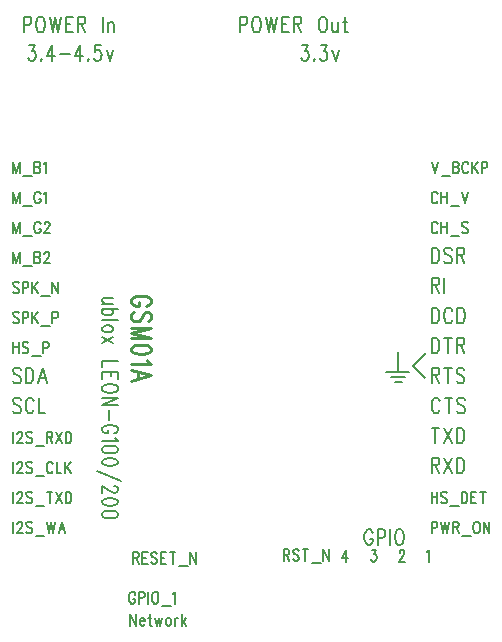
<source format=gbr>
*
*
G04 PADS 9.2 Build Number: 414666 generated Gerber (RS-274-X) file*
G04 PC Version=2.1*
*
%IN "GSM UBLOX LEON.pcb"*%
*
%MOIN*%
*
%FSLAX35Y35*%
*
*
*
*
G04 PC Standard Apertures*
*
*
G04 Thermal Relief Aperture macro.*
%AMTER*
1,1,$1,0,0*
1,0,$1-$2,0,0*
21,0,$3,$4,0,0,45*
21,0,$3,$4,0,0,135*
%
*
*
G04 Annular Aperture macro.*
%AMANN*
1,1,$1,0,0*
1,0,$2,0,0*
%
*
*
G04 Odd Aperture macro.*
%AMODD*
1,1,$1,0,0*
1,0,$1-0.005,0,0*
%
*
*
G04 PC Custom Aperture Macros*
*
*
*
*
*
*
G04 PC Aperture Table*
*
%ADD024C,0.001*%
%ADD025C,0.01*%
%ADD036C,0.008*%
%ADD078C,0.006*%
*
*
*
*
G04 PC Circuitry*
G04 Layer Name GSM UBLOX LEON.pcb - circuitry*
%LPD*%
*
*
G04 PC Custom Flashes*
G04 Layer Name GSM UBLOX LEON.pcb - flashes*
%LPD*%
*
*
G04 PC Circuitry*
G04 Layer Name GSM UBLOX LEON.pcb - circuitry*
%LPD*%
*
G54D24*
G54D25*
G01X194400Y233891D02*
X195025Y234118D01*
X195650Y234573*
X195963Y235027*
X195963D02*
Y235936D01*
X195963D02*
X195650Y236391D01*
X195025Y236845*
X194400Y237073*
X193463Y237300*
X193463D02*
X191900D01*
X190963Y237073*
X190963D02*
X190338Y236845D01*
X190338D02*
X189713Y236391D01*
X189713D02*
X189400Y235936D01*
Y235027*
X189713Y234573*
X189713D02*
X190338Y234118D01*
X190338D02*
X190963Y233891D01*
X190963D02*
X191900D01*
Y235027D02*
Y233891D01*
X195025Y228664D02*
X195650Y229118D01*
X195963Y229800*
X195963D02*
Y230709D01*
X195963D02*
X195650Y231391D01*
X195025Y231845*
X194400*
X193775Y231618*
X193463Y231391*
X193463D02*
X193150Y230936D01*
X192525Y229573*
X192213Y229118*
X192213D02*
X191900Y228891D01*
X191275Y228664*
X190338*
X190338D02*
X189713Y229118D01*
X189713D02*
X189400Y229800D01*
Y230709*
X189713Y231391*
X189713D02*
X190338Y231845D01*
X195963Y226618D02*
X189400D01*
X195963D02*
X189400Y224800D01*
X195963Y222982D02*
X189400Y224800D01*
X195963Y222982D02*
X189400D01*
X195963Y219573D02*
X195650Y220255D01*
X194713Y220709*
X194713D02*
X193150Y220936D01*
X192213*
X192213D02*
X190650Y220709D01*
X189713Y220255*
X189713D02*
X189400Y219573D01*
Y219118*
X189713Y218436*
X189713D02*
X190650Y217982D01*
X192213Y217755*
X192213D02*
X193150D01*
X194713Y217982*
X194713D02*
X195650Y218436D01*
X195963Y219118*
X195963D02*
Y219573D01*
X194713Y215709D02*
X195025Y215255D01*
X195963Y214573*
X195963D02*
X189400D01*
X195963Y210709D02*
X189400Y212527D01*
X195963Y210709D02*
X189400Y208891D01*
X191588Y211845D02*
Y209573D01*
G54D36*
X269827Y158100D02*
X269645Y158600D01*
X269282Y159100*
X268918Y159350*
X268191*
X267827Y159100*
X267464Y158600*
X267282Y158100*
X267100Y157350*
Y156100*
X267282Y155350*
X267464Y154850*
X267827Y154350*
X268191Y154100*
X268918*
X269282Y154350*
X269645Y154850*
X269827Y155350*
Y156100*
X268918D02*
X269827D01*
X271464Y159350D02*
Y154100D01*
Y159350D02*
X273100D01*
X273645Y159100*
X273827Y158850*
X274009Y158350*
Y157600*
X273827Y157100*
X273645Y156850*
X273100Y156600*
X271464*
X275645Y159350D02*
Y154100D01*
X278373Y159350D02*
X278009Y159100D01*
X277645Y158600*
X277464Y158100*
X277282Y157350*
Y156100*
X277464Y155350*
X277645Y154850*
X278009Y154350*
X278373Y154100*
X279100*
X279464Y154350*
X279827Y154850*
X280009Y155350*
X280191Y156100*
Y157350*
X280009Y158100*
X279827Y158600*
X279464Y159100*
X279100Y159350*
X278373*
X152545Y202500D02*
X152182Y203000D01*
X151636Y203250*
X150909*
X150364Y203000*
X150000Y202500*
Y202000*
X150182Y201500*
X150364Y201250*
X150727Y201000*
X151818Y200500*
X152182Y200250*
X152364Y200000*
X152545Y199500*
Y198750*
X152182Y198250*
X151636Y198000*
X150909*
X150364Y198250*
X150000Y198750*
X156909Y202000D02*
X156727Y202500D01*
X156364Y203000*
X156000Y203250*
X155273*
X154909Y203000*
X154545Y202500*
X154364Y202000*
X154182Y201250*
Y200000*
X154364Y199250*
X154545Y198750*
X154909Y198250*
X155273Y198000*
X156000*
X156364Y198250*
X156727Y198750*
X156909Y199250*
X158545Y203250D02*
Y198000D01*
X160727*
X152545Y212500D02*
X152182Y213000D01*
X151636Y213250*
X150909*
X150364Y213000*
X150000Y212500*
Y212000*
X150182Y211500*
X150364Y211250*
X150727Y211000*
X151818Y210500*
X152182Y210250*
X152364Y210000*
X152545Y209500*
Y208750*
X152182Y208250*
X151636Y208000*
X150909*
X150364Y208250*
X150000Y208750*
X154182Y213250D02*
Y208000D01*
Y213250D02*
X155455D01*
X156000Y213000*
X156364Y212500*
X156545Y212000*
X156727Y211250*
Y210000*
X156545Y209250*
X156364Y208750*
X156000Y208250*
X155455Y208000*
X154182*
X159818Y213250D02*
X158364Y208000D01*
X159818Y213250D02*
X161273Y208000D01*
X158909Y209750D02*
X160727D01*
X289500Y183250D02*
Y178000D01*
Y183250D02*
X291136D01*
X291682Y183000*
X291864Y182750*
X292045Y182250*
Y181750*
X291864Y181250*
X291682Y181000*
X291136Y180750*
X289500*
X290773D02*
X292045Y178000D01*
X293682Y183250D02*
X296227Y178000D01*
Y183250D02*
X293682Y178000D01*
X297864Y183250D02*
Y178000D01*
Y183250D02*
X299136D01*
X299682Y183000*
X300045Y182500*
X300227Y182000*
X300409Y181250*
Y180000*
X300227Y179250*
X300045Y178750*
X299682Y178250*
X299136Y178000*
X297864*
X290773Y193250D02*
Y188000D01*
X289500Y193250D02*
X292045D01*
X293682D02*
X296227Y188000D01*
Y193250D02*
X293682Y188000D01*
X297864Y193250D02*
Y188000D01*
Y193250D02*
X299136D01*
X299682Y193000*
X300045Y192500*
X300227Y192000*
X300409Y191250*
Y190000*
X300227Y189250*
X300045Y188750*
X299682Y188250*
X299136Y188000*
X297864*
X292227Y202000D02*
X292045Y202500D01*
X291682Y203000*
X291318Y203250*
X290591*
X290227Y203000*
X289864Y202500*
X289682Y202000*
X289500Y201250*
Y200000*
X289682Y199250*
X289864Y198750*
X290227Y198250*
X290591Y198000*
X291318*
X291682Y198250*
X292045Y198750*
X292227Y199250*
X295136Y203250D02*
Y198000D01*
X293864Y203250D02*
X296409D01*
X300591Y202500D02*
X300227Y203000D01*
X299682Y203250*
X298955*
X298409Y203000*
X298045Y202500*
Y202000*
X298227Y201500*
X298409Y201250*
X298773Y201000*
X299864Y200500*
X300227Y200250*
X300409Y200000*
X300591Y199500*
Y198750*
X300227Y198250*
X299682Y198000*
X298955*
X298409Y198250*
X298045Y198750*
X289500Y213250D02*
Y208000D01*
Y213250D02*
X291136D01*
X291682Y213000*
X291864Y212750*
X292045Y212250*
Y211750*
X291864Y211250*
X291682Y211000*
X291136Y210750*
X289500*
X290773D02*
X292045Y208000D01*
X294955Y213250D02*
Y208000D01*
X293682Y213250D02*
X296227D01*
X300409Y212500D02*
X300045Y213000D01*
X299500Y213250*
X298773*
X298227Y213000*
X297864Y212500*
Y212000*
X298045Y211500*
X298227Y211250*
X298591Y211000*
X299682Y210500*
X300045Y210250*
X300227Y210000*
X300409Y209500*
Y208750*
X300045Y208250*
X299500Y208000*
X298773*
X298227Y208250*
X297864Y208750*
X289500Y223250D02*
Y218000D01*
Y223250D02*
X290773D01*
X291318Y223000*
X291682Y222500*
X291864Y222000*
X292045Y221250*
Y220000*
X291864Y219250*
X291682Y218750*
X291318Y218250*
X290773Y218000*
X289500*
X294955Y223250D02*
Y218000D01*
X293682Y223250D02*
X296227D01*
X297864D02*
Y218000D01*
Y223250D02*
X299500D01*
X300045Y223000*
X300227Y222750*
X300409Y222250*
Y221750*
X300227Y221250*
X300045Y221000*
X299500Y220750*
X297864*
X299136D02*
X300409Y218000D01*
X289500Y233250D02*
Y228000D01*
Y233250D02*
X290773D01*
X291318Y233000*
X291682Y232500*
X291864Y232000*
X292045Y231250*
Y230000*
X291864Y229250*
X291682Y228750*
X291318Y228250*
X290773Y228000*
X289500*
X296409Y232000D02*
X296227Y232500D01*
X295864Y233000*
X295500Y233250*
X294773*
X294409Y233000*
X294045Y232500*
X293864Y232000*
X293682Y231250*
Y230000*
X293864Y229250*
X294045Y228750*
X294409Y228250*
X294773Y228000*
X295500*
X295864Y228250*
X296227Y228750*
X296409Y229250*
X298045Y233250D02*
Y228000D01*
Y233250D02*
X299318D01*
X299864Y233000*
X300227Y232500*
X300409Y232000*
X300591Y231250*
Y230000*
X300409Y229250*
X300227Y228750*
X299864Y228250*
X299318Y228000*
X298045*
X289500Y243250D02*
Y238000D01*
Y243250D02*
X291136D01*
X291682Y243000*
X291864Y242750*
X292045Y242250*
Y241750*
X291864Y241250*
X291682Y241000*
X291136Y240750*
X289500*
X290773D02*
X292045Y238000D01*
X293682Y243250D02*
Y238000D01*
X289500Y253250D02*
Y248000D01*
Y253250D02*
X290773D01*
X291318Y253000*
X291682Y252500*
X291864Y252000*
X292045Y251250*
Y250000*
X291864Y249250*
X291682Y248750*
X291318Y248250*
X290773Y248000*
X289500*
X296227Y252500D02*
X295864Y253000D01*
X295318Y253250*
X294591*
X294045Y253000*
X293682Y252500*
Y252000*
X293864Y251500*
X294045Y251250*
X294409Y251000*
X295500Y250500*
X295864Y250250*
X296045Y250000*
X296227Y249500*
Y248750*
X295864Y248250*
X295318Y248000*
X294591*
X294045Y248250*
X293682Y248750*
X297864Y253250D02*
Y248000D01*
Y253250D02*
X299500D01*
X300045Y253000*
X300227Y252750*
X300409Y252250*
Y251750*
X300227Y251250*
X300045Y251000*
X299500Y250750*
X297864*
X299136D02*
X300409Y248000D01*
X153500Y330250D02*
Y325000D01*
Y330250D02*
X155136D01*
X155682Y330000*
X155864Y329750*
X156045Y329250*
Y328500*
X155864Y328000*
X155682Y327750*
X155136Y327500*
X153500*
X158773Y330250D02*
X158409Y330000D01*
X158045Y329500*
X157864Y329000*
X157682Y328250*
Y327000*
X157864Y326250*
X158045Y325750*
X158409Y325250*
X158773Y325000*
X159500*
X159864Y325250*
X160227Y325750*
X160409Y326250*
X160591Y327000*
Y328250*
X160409Y329000*
X160227Y329500*
X159864Y330000*
X159500Y330250*
X158773*
X162227D02*
X163136Y325000D01*
X164045Y330250D02*
X163136Y325000D01*
X164045Y330250D02*
X164955Y325000D01*
X165864Y330250D02*
X164955Y325000D01*
X167500Y330250D02*
Y325000D01*
Y330250D02*
X169864D01*
X167500Y327750D02*
X168955D01*
X167500Y325000D02*
X169864D01*
X171500Y330250D02*
Y325000D01*
Y330250D02*
X173136D01*
X173682Y330000*
X173864Y329750*
X174045Y329250*
Y328750*
X173864Y328250*
X173682Y328000*
X173136Y327750*
X171500*
X172773D02*
X174045Y325000D01*
X179864Y330250D02*
Y325000D01*
X181500Y328500D02*
Y325000D01*
Y327500D02*
X182045Y328250D01*
X182409Y328500*
X182955*
X183318Y328250*
X183500Y327500*
Y325000*
X155364Y320750D02*
X157364D01*
X156273Y318750*
X156818*
X157182Y318500*
X157364Y318250*
X157545Y317500*
Y317000*
X157364Y316250*
X157000Y315750*
X156455Y315500*
X155909*
X155364Y315750*
X155182Y316000*
X155000Y316500*
X159364Y316000D02*
X159182Y315750D01*
X159364Y315500*
X159545Y315750*
X159364Y316000*
X163000Y320750D02*
X161182Y317250D01*
X163909*
X163000Y320750D02*
Y315500D01*
X165545Y317750D02*
X168818D01*
X172273Y320750D02*
X170455Y317250D01*
X173182*
X172273Y320750D02*
Y315500D01*
X175000Y316000D02*
X174818Y315750D01*
X175000Y315500*
X175182Y315750*
X175000Y316000*
X179182Y320750D02*
X177364D01*
X177182Y318500*
X177364Y318750*
X177909Y319000*
X178455*
X179000Y318750*
X179364Y318250*
X179545Y317500*
X179364Y317000*
X179182Y316250*
X178818Y315750*
X178273Y315500*
X177727*
X177182Y315750*
X177000Y316000*
X176818Y316500*
X181182Y319000D02*
X182273Y315500D01*
X183364Y319000D02*
X182273Y315500D01*
X225500Y330250D02*
Y325000D01*
Y330250D02*
X227136D01*
X227682Y330000*
X227864Y329750*
X228045Y329250*
Y328500*
X227864Y328000*
X227682Y327750*
X227136Y327500*
X225500*
X230773Y330250D02*
X230409Y330000D01*
X230045Y329500*
X229864Y329000*
X229682Y328250*
Y327000*
X229864Y326250*
X230045Y325750*
X230409Y325250*
X230773Y325000*
X231500*
X231864Y325250*
X232227Y325750*
X232409Y326250*
X232591Y327000*
Y328250*
X232409Y329000*
X232227Y329500*
X231864Y330000*
X231500Y330250*
X230773*
X234227D02*
X235136Y325000D01*
X236045Y330250D02*
X235136Y325000D01*
X236045Y330250D02*
X236955Y325000D01*
X237864Y330250D02*
X236955Y325000D01*
X239500Y330250D02*
Y325000D01*
Y330250D02*
X241864D01*
X239500Y327750D02*
X240955D01*
X239500Y325000D02*
X241864D01*
X243500Y330250D02*
Y325000D01*
Y330250D02*
X245136D01*
X245682Y330000*
X245864Y329750*
X246045Y329250*
Y328750*
X245864Y328250*
X245682Y328000*
X245136Y327750*
X243500*
X244773D02*
X246045Y325000D01*
X252955Y330250D02*
X252591Y330000D01*
X252227Y329500*
X252045Y329000*
X251864Y328250*
Y327000*
X252045Y326250*
X252227Y325750*
X252591Y325250*
X252955Y325000*
X253682*
X254045Y325250*
X254409Y325750*
X254591Y326250*
X254773Y327000*
Y328250*
X254591Y329000*
X254409Y329500*
X254045Y330000*
X253682Y330250*
X252955*
X256409Y328500D02*
Y326000D01*
X256591Y325250*
X256955Y325000*
X257500*
X257864Y325250*
X258409Y326000*
Y328500D02*
Y325000D01*
X260591Y330250D02*
Y326000D01*
X260773Y325250*
X261136Y325000*
X261500*
X260045Y328500D02*
X261318D01*
X246364Y320750D02*
X248364D01*
X247273Y318750*
X247818*
X248182Y318500*
X248364Y318250*
X248545Y317500*
Y317000*
X248364Y316250*
X248000Y315750*
X247455Y315500*
X246909*
X246364Y315750*
X246182Y316000*
X246000Y316500*
X250364Y316000D02*
X250182Y315750D01*
X250364Y315500*
X250545Y315750*
X250364Y316000*
X252545Y320750D02*
X254545D01*
X253455Y318750*
X254000*
X254364Y318500*
X254545Y318250*
X254727Y317500*
Y317000*
X254545Y316250*
X254182Y315750*
X253636Y315500*
X253091*
X252545Y315750*
X252364Y316000*
X252182Y316500*
X256364Y319000D02*
X257455Y315500D01*
X258545Y319000D02*
X257455Y315500D01*
X183200Y236500D02*
X180700D01*
X179950Y236318*
X179700Y235955*
Y235409*
X179950Y235045*
X180700Y234500*
X183200D02*
X179700D01*
X184950Y232864D02*
X179700D01*
X182450D02*
X182950Y232500D01*
X183200Y232136*
Y231591*
X182950Y231227*
X182450Y230864*
X181700Y230682*
X181200*
X180450Y230864*
X179950Y231227*
X179700Y231591*
Y232136*
X179950Y232500*
X180450Y232864*
X184950Y229045D02*
X179700D01*
X183200Y226500D02*
X182950Y226864D01*
X182450Y227227*
X181700Y227409*
X181200*
X180450Y227227*
X179950Y226864*
X179700Y226500*
Y225955*
X179950Y225591*
X180450Y225227*
X181200Y225045*
X181700*
X182450Y225227*
X182950Y225591*
X183200Y225955*
Y226500*
Y223409D02*
X179700Y221409D01*
X183200D02*
X179700Y223409D01*
X184950Y215591D02*
X179700D01*
Y213409*
X184950Y211773D02*
X179700D01*
X184950D02*
Y209409D01*
X182450Y211773D02*
Y210318D01*
X179700Y211773D02*
Y209409D01*
X184950Y206682D02*
X184700Y207045D01*
X184200Y207409*
X183700Y207591*
X182950Y207773*
X181700*
X180950Y207591*
X180450Y207409*
X179950Y207045*
X179700Y206682*
Y205955*
X179950Y205591*
X180450Y205227*
X180950Y205045*
X181700Y204864*
X182950*
X183700Y205045*
X184200Y205227*
X184700Y205591*
X184950Y205955*
Y206682*
Y203227D02*
X179700D01*
X184950D02*
X179700Y200682D01*
X184950D02*
X179700D01*
X181950Y199045D02*
Y195773D01*
X183700Y191409D02*
X184200Y191591D01*
X184700Y191955*
X184950Y192318*
Y193045*
X184700Y193409*
X184200Y193773*
X183700Y193955*
X182950Y194136*
X181700*
X180950Y193955*
X180450Y193773*
X179950Y193409*
X179700Y193045*
Y192318*
X179950Y191955*
X180450Y191591*
X180950Y191409*
X181700*
Y192318D02*
Y191409D01*
X183950Y189773D02*
X184200Y189409D01*
X184950Y188864*
X179700*
X184950Y186136D02*
X184700Y186682D01*
X183950Y187045*
X182700Y187227*
X181950*
X180700Y187045*
X179950Y186682*
X179700Y186136*
Y185773*
X179950Y185227*
X180700Y184864*
X181950Y184682*
X182700*
X183950Y184864*
X184700Y185227*
X184950Y185773*
Y186136*
Y181955D02*
X184700Y182500D01*
X183950Y182864*
X182700Y183045*
X181950*
X180700Y182864*
X179950Y182500*
X179700Y181955*
Y181591*
X179950Y181045*
X180700Y180682*
X181950Y180500*
X182700*
X183950Y180682*
X184700Y181045*
X184950Y181591*
Y181955*
X185950Y175591D02*
X177950Y178864D01*
X183700Y173773D02*
X183950D01*
X184450Y173591*
X184700Y173409*
X184950Y173045*
Y172318*
X184700Y171955*
X184450Y171773*
X183950Y171591*
X183450*
X182950Y171773*
X182200Y172136*
X179700Y173955*
Y171409*
X184950Y168682D02*
X184700Y169227D01*
X183950Y169591*
X182700Y169773*
X181950*
X180700Y169591*
X179950Y169227*
X179700Y168682*
Y168318*
X179950Y167773*
X180700Y167409*
X181950Y167227*
X182700*
X183950Y167409*
X184700Y167773*
X184950Y168318*
Y168682*
Y164500D02*
X184700Y165045D01*
X183950Y165409*
X182700Y165591*
X181950*
X180700Y165409*
X179950Y165045*
X179700Y164500*
Y164136*
X179950Y163591*
X180700Y163227*
X181950Y163045*
X182700*
X183950Y163227*
X184700Y163591*
X184950Y164136*
Y164500*
X278400Y218400D02*
Y212400D01*
X274400Y211900D02*
X281800D01*
X276000Y210200D02*
X280600D01*
X277400Y208500D02*
X279600D01*
X287600Y218200D02*
X283300Y213900D01*
X287400Y209800*
G54D78*
X240200Y152738D02*
Y148800D01*
Y152738D02*
X241427D01*
X241427D02*
X241836Y152550D01*
X241973Y152363*
X241973D02*
X242109Y151988D01*
X242109D02*
Y151613D01*
X242109D02*
X241973Y151238D01*
X241973D02*
X241836Y151050D01*
X241427Y150863*
X241427D02*
X240200D01*
X241155D02*
X242109Y148800D01*
X245245Y152175D02*
X244973Y152550D01*
X244564Y152738*
X244564D02*
X244018D01*
X244018D02*
X243609Y152550D01*
X243336Y152175*
Y151800*
X243473Y151425*
X243609Y151238*
X243609D02*
X243882Y151050D01*
X244700Y150675*
X244973Y150488*
X244973D02*
X245109Y150300D01*
X245245Y149925*
Y149363*
X245245D02*
X244973Y148988D01*
X244973D02*
X244564Y148800D01*
X244018*
X243609Y148988*
X243609D02*
X243336Y149363D01*
X247427Y152738D02*
Y148800D01*
X246473Y152738D02*
X248382D01*
X249609Y148050D02*
X252473D01*
X253291Y152738D02*
Y148800D01*
Y152738D02*
X255200Y148800D01*
Y152738D02*
Y148800D01*
X261064Y152538D02*
X259700Y149913D01*
X259700D02*
X261745D01*
X261064Y152538D02*
Y148600D01*
X269518Y152538D02*
X271018D01*
X271018D02*
X270200Y151038D01*
X270200D02*
X270609D01*
X270609D02*
X270882Y150850D01*
X271018Y150663*
X271018D02*
X271155Y150100D01*
Y149725*
X271018Y149163*
X271018D02*
X270745Y148788D01*
X270745D02*
X270336Y148600D01*
X269927*
X269518Y148788*
X269518D02*
X269382Y148975D01*
X269245Y149350*
X278791Y151600D02*
Y151788D01*
X278791D02*
X278927Y152163D01*
X278927D02*
X279064Y152350D01*
X279336Y152538*
X279336D02*
X279882D01*
X279882D02*
X280155Y152350D01*
X280291Y152163*
X280291D02*
X280427Y151788D01*
X280427D02*
Y151413D01*
X280427D02*
X280291Y151038D01*
X280291D02*
X280018Y150475D01*
X278655Y148600*
X280564*
X288064Y151788D02*
X288336Y151975D01*
X288745Y152538*
X288745D02*
Y148600D01*
X150000Y161938D02*
Y158000D01*
X151364Y161000D02*
Y161188D01*
X151364D02*
X151500Y161563D01*
X151500D02*
X151636Y161750D01*
X151909Y161938*
X151909D02*
X152455D01*
X152455D02*
X152727Y161750D01*
X152864Y161563*
X152864D02*
X153000Y161188D01*
X153000D02*
Y160813D01*
X153000D02*
X152864Y160438D01*
X152864D02*
X152591Y159875D01*
X151227Y158000*
X153136*
X156273Y161375D02*
X156000Y161750D01*
X155591Y161938*
X155591D02*
X155045D01*
X155045D02*
X154636Y161750D01*
X154364Y161375*
Y161000*
X154500Y160625*
X154636Y160438*
X154636D02*
X154909Y160250D01*
X155727Y159875*
X156000Y159688*
X156000D02*
X156136Y159500D01*
X156273Y159125*
Y158563*
X156273D02*
X156000Y158188D01*
X156000D02*
X155591Y158000D01*
X155045*
X154636Y158188*
X154636D02*
X154364Y158563D01*
X157500Y157250D02*
X160364D01*
X161182Y161938D02*
X161864Y158000D01*
X162545Y161938D02*
X161864Y158000D01*
X162545Y161938D02*
X163227Y158000D01*
X163909Y161938D02*
X163227Y158000D01*
X166227Y161938D02*
X165136Y158000D01*
X166227Y161938D02*
X167318Y158000D01*
X165545Y159313D02*
X166909D01*
X189900Y151738D02*
Y147800D01*
Y151738D02*
X191127D01*
X191127D02*
X191536Y151550D01*
X191673Y151363*
X191673D02*
X191809Y150988D01*
X191809D02*
Y150613D01*
X191809D02*
X191673Y150238D01*
X191673D02*
X191536Y150050D01*
X191127Y149863*
X191127D02*
X189900D01*
X190855D02*
X191809Y147800D01*
X193036Y151738D02*
Y147800D01*
Y151738D02*
X194809D01*
X193036Y149863D02*
X194127D01*
X193036Y147800D02*
X194809D01*
X197945Y151175D02*
X197673Y151550D01*
X197264Y151738*
X197264D02*
X196718D01*
X196718D02*
X196309Y151550D01*
X196036Y151175*
Y150800*
X196173Y150425*
X196309Y150238*
X196309D02*
X196582Y150050D01*
X197400Y149675*
X197673Y149488*
X197673D02*
X197809Y149300D01*
X197945Y148925*
Y148363*
X197945D02*
X197673Y147988D01*
X197673D02*
X197264Y147800D01*
X196718*
X196309Y147988*
X196309D02*
X196036Y148363D01*
X199173Y151738D02*
Y147800D01*
Y151738D02*
X200945D01*
X199173Y149863D02*
X200264D01*
X199173Y147800D02*
X200945D01*
X203127Y151738D02*
Y147800D01*
X202173Y151738D02*
X204082D01*
X205309Y147050D02*
X208173D01*
X208991Y151738D02*
Y147800D01*
Y151738D02*
X210900Y147800D01*
Y151738D02*
Y147800D01*
X190645Y137600D02*
X190509Y137975D01*
X190236Y138350*
X189964Y138538*
X189964D02*
X189418D01*
X189418D02*
X189145Y138350D01*
X188873Y137975*
X188736Y137600*
X188600Y137038*
X188600D02*
Y136100D01*
X188736Y135538*
X188736D02*
X188873Y135163D01*
X188873D02*
X189145Y134788D01*
X189145D02*
X189418Y134600D01*
X189964*
X190236Y134788*
X190236D02*
X190509Y135163D01*
X190509D02*
X190645Y135538D01*
X190645D02*
Y136100D01*
X189964D02*
X190645D01*
X191873Y138538D02*
Y134600D01*
Y138538D02*
X193100D01*
X193100D02*
X193509Y138350D01*
X193645Y138163*
X193645D02*
X193782Y137788D01*
X193782D02*
Y137225D01*
X193645Y136850*
X193509Y136663*
X193509D02*
X193100Y136475D01*
X191873*
X195009Y138538D02*
Y134600D01*
X197055Y138538D02*
X196782Y138350D01*
X196509Y137975*
X196373Y137600*
X196236Y137038*
X196236D02*
Y136100D01*
X196373Y135538*
X196373D02*
X196509Y135163D01*
X196509D02*
X196782Y134788D01*
X196782D02*
X197055Y134600D01*
X197600*
X197873Y134788*
X197873D02*
X198145Y135163D01*
X198145D02*
X198282Y135538D01*
X198282D02*
X198418Y136100D01*
Y137038*
X198418D02*
X198282Y137600D01*
X198145Y137975*
X197873Y138350*
X197600Y138538*
X197600D02*
X197055D01*
X199645Y133850D02*
X202509D01*
X203327Y137788D02*
X203600Y137975D01*
X204009Y138538*
X204009D02*
Y134600D01*
X189100Y131138D02*
Y127200D01*
Y131138D02*
X191009Y127200D01*
Y131138D02*
Y127200D01*
X192236Y128700D02*
X193873D01*
Y129075*
X193736Y129450*
X193600Y129638*
X193600D02*
X193327Y129825D01*
X192918*
X192645Y129638*
X192645D02*
X192373Y129263D01*
X192373D02*
X192236Y128700D01*
Y128325*
X192373Y127763*
X192373D02*
X192645Y127388D01*
X192645D02*
X192918Y127200D01*
X193327*
X193600Y127388*
X193600D02*
X193873Y127763D01*
X195509Y131138D02*
Y127950D01*
X195645Y127388*
X195645D02*
X195918Y127200D01*
X196191*
X195100Y129825D02*
X196055D01*
X197418D02*
X197964Y127200D01*
X198509Y129825D02*
X197964Y127200D01*
X198509Y129825D02*
X199055Y127200D01*
X199600Y129825D02*
X199055Y127200D01*
X201509Y129825D02*
X201236Y129638D01*
X201236D02*
X200964Y129263D01*
X200964D02*
X200827Y128700D01*
Y128325*
X200964Y127763*
X200964D02*
X201236Y127388D01*
X201236D02*
X201509Y127200D01*
X201918*
X202191Y127388*
X202191D02*
X202464Y127763D01*
X202464D02*
X202600Y128325D01*
Y128700*
X202464Y129263*
X202464D02*
X202191Y129638D01*
X202191D02*
X201918Y129825D01*
X201509*
X203827D02*
Y127200D01*
Y128700D02*
X203964Y129263D01*
X203964D02*
X204236Y129638D01*
X204236D02*
X204509Y129825D01*
X204918*
X206145Y131138D02*
Y127200D01*
X207509Y129825D02*
X206145Y127950D01*
X206691Y128700D02*
X207645Y127200D01*
X150000Y171938D02*
Y168000D01*
X151364Y171000D02*
Y171188D01*
X151364D02*
X151500Y171563D01*
X151500D02*
X151636Y171750D01*
X151909Y171938*
X151909D02*
X152455D01*
X152455D02*
X152727Y171750D01*
X152864Y171563*
X152864D02*
X153000Y171188D01*
X153000D02*
Y170813D01*
X153000D02*
X152864Y170438D01*
X152864D02*
X152591Y169875D01*
X151227Y168000*
X153136*
X156273Y171375D02*
X156000Y171750D01*
X155591Y171938*
X155591D02*
X155045D01*
X155045D02*
X154636Y171750D01*
X154364Y171375*
Y171000*
X154500Y170625*
X154636Y170438*
X154636D02*
X154909Y170250D01*
X155727Y169875*
X156000Y169688*
X156000D02*
X156136Y169500D01*
X156273Y169125*
Y168563*
X156273D02*
X156000Y168188D01*
X156000D02*
X155591Y168000D01*
X155045*
X154636Y168188*
X154636D02*
X154364Y168563D01*
X157500Y167250D02*
X160364D01*
X162136Y171938D02*
Y168000D01*
X161182Y171938D02*
X163091D01*
X164318D02*
X166227Y168000D01*
Y171938D02*
X164318Y168000D01*
X167455Y171938D02*
Y168000D01*
Y171938D02*
X168409D01*
X168409D02*
X168818Y171750D01*
X169091Y171375*
X169227Y171000*
X169364Y170438*
X169364D02*
Y169500D01*
X169227Y168938*
X169227D02*
X169091Y168563D01*
X169091D02*
X168818Y168188D01*
X168818D02*
X168409Y168000D01*
X167455*
X150000Y181938D02*
Y178000D01*
X151364Y181000D02*
Y181188D01*
X151364D02*
X151500Y181563D01*
X151500D02*
X151636Y181750D01*
X151909Y181938*
X151909D02*
X152455D01*
X152455D02*
X152727Y181750D01*
X152864Y181563*
X152864D02*
X153000Y181188D01*
X153000D02*
Y180813D01*
X153000D02*
X152864Y180438D01*
X152864D02*
X152591Y179875D01*
X151227Y178000*
X153136*
X156273Y181375D02*
X156000Y181750D01*
X155591Y181938*
X155591D02*
X155045D01*
X155045D02*
X154636Y181750D01*
X154364Y181375*
Y181000*
X154500Y180625*
X154636Y180438*
X154636D02*
X154909Y180250D01*
X155727Y179875*
X156000Y179688*
X156000D02*
X156136Y179500D01*
X156273Y179125*
Y178563*
X156273D02*
X156000Y178188D01*
X156000D02*
X155591Y178000D01*
X155045*
X154636Y178188*
X154636D02*
X154364Y178563D01*
X157500Y177250D02*
X160364D01*
X163227Y181000D02*
X163091Y181375D01*
X162818Y181750*
X162545Y181938*
X162545D02*
X162000D01*
X162000D02*
X161727Y181750D01*
X161455Y181375*
X161318Y181000*
X161182Y180438*
X161182D02*
Y179500D01*
X161318Y178938*
X161318D02*
X161455Y178563D01*
X161455D02*
X161727Y178188D01*
X161727D02*
X162000Y178000D01*
X162545*
X162818Y178188*
X162818D02*
X163091Y178563D01*
X163091D02*
X163227Y178938D01*
X164455Y181938D02*
Y178000D01*
X166091*
X167318Y181938D02*
Y178000D01*
X169227Y181938D02*
X167318Y179313D01*
X168000Y180250D02*
X169227Y178000D01*
X150000Y191938D02*
Y188000D01*
X151364Y191000D02*
Y191188D01*
X151364D02*
X151500Y191563D01*
X151500D02*
X151636Y191750D01*
X151909Y191938*
X151909D02*
X152455D01*
X152455D02*
X152727Y191750D01*
X152864Y191563*
X152864D02*
X153000Y191188D01*
X153000D02*
Y190813D01*
X153000D02*
X152864Y190438D01*
X152864D02*
X152591Y189875D01*
X151227Y188000*
X153136*
X156273Y191375D02*
X156000Y191750D01*
X155591Y191938*
X155591D02*
X155045D01*
X155045D02*
X154636Y191750D01*
X154364Y191375*
Y191000*
X154500Y190625*
X154636Y190438*
X154636D02*
X154909Y190250D01*
X155727Y189875*
X156000Y189688*
X156000D02*
X156136Y189500D01*
X156273Y189125*
Y188563*
X156273D02*
X156000Y188188D01*
X156000D02*
X155591Y188000D01*
X155045*
X154636Y188188*
X154636D02*
X154364Y188563D01*
X157500Y187250D02*
X160364D01*
X161182Y191938D02*
Y188000D01*
Y191938D02*
X162409D01*
X162409D02*
X162818Y191750D01*
X162955Y191563*
X162955D02*
X163091Y191188D01*
X163091D02*
Y190813D01*
X163091D02*
X162955Y190438D01*
X162955D02*
X162818Y190250D01*
X162409Y190063*
X162409D02*
X161182D01*
X162136D02*
X163091Y188000D01*
X164318Y191938D02*
X166227Y188000D01*
Y191938D02*
X164318Y188000D01*
X167455Y191938D02*
Y188000D01*
Y191938D02*
X168409D01*
X168409D02*
X168818Y191750D01*
X169091Y191375*
X169227Y191000*
X169364Y190438*
X169364D02*
Y189500D01*
X169227Y188938*
X169227D02*
X169091Y188563D01*
X169091D02*
X168818Y188188D01*
X168818D02*
X168409Y188000D01*
X167455*
X150000Y221938D02*
Y218000D01*
X151909Y221938D02*
Y218000D01*
X150000Y220063D02*
X151909D01*
X155045Y221375D02*
X154773Y221750D01*
X154364Y221938*
X154364D02*
X153818D01*
X153818D02*
X153409Y221750D01*
X153136Y221375*
Y221000*
X153273Y220625*
X153409Y220438*
X153409D02*
X153682Y220250D01*
X154500Y219875*
X154773Y219688*
X154773D02*
X154909Y219500D01*
X155045Y219125*
Y218563*
X155045D02*
X154773Y218188D01*
X154773D02*
X154364Y218000D01*
X153818*
X153409Y218188*
X153409D02*
X153136Y218563D01*
X156273Y217250D02*
X159136D01*
X159955Y221938D02*
Y218000D01*
Y221938D02*
X161182D01*
X161182D02*
X161591Y221750D01*
X161727Y221563*
X161727D02*
X161864Y221188D01*
X161864D02*
Y220625D01*
X161727Y220250*
X161591Y220063*
X161591D02*
X161182Y219875D01*
X159955*
X151909Y231375D02*
X151636Y231750D01*
X151227Y231938*
X151227D02*
X150682D01*
X150682D02*
X150273Y231750D01*
X150000Y231375*
Y231000*
X150136Y230625*
X150273Y230438*
X150273D02*
X150545Y230250D01*
X151364Y229875*
X151636Y229688*
X151636D02*
X151773Y229500D01*
X151909Y229125*
Y228563*
X151909D02*
X151636Y228188D01*
X151636D02*
X151227Y228000D01*
X150682*
X150273Y228188*
X150273D02*
X150000Y228563D01*
X153136Y231938D02*
Y228000D01*
Y231938D02*
X154364D01*
X154364D02*
X154773Y231750D01*
X154909Y231563*
X154909D02*
X155045Y231188D01*
X155045D02*
Y230625D01*
X154909Y230250*
X154773Y230063*
X154773D02*
X154364Y229875D01*
X153136*
X156273Y231938D02*
Y228000D01*
X158182Y231938D02*
X156273Y229313D01*
X156955Y230250D02*
X158182Y228000D01*
X159409Y227250D02*
X162273D01*
X163091Y231938D02*
Y228000D01*
Y231938D02*
X164318D01*
X164318D02*
X164727Y231750D01*
X164864Y231563*
X164864D02*
X165000Y231188D01*
X165000D02*
Y230625D01*
X164864Y230250*
X164727Y230063*
X164727D02*
X164318Y229875D01*
X163091*
X151909Y241375D02*
X151636Y241750D01*
X151227Y241938*
X151227D02*
X150682D01*
X150682D02*
X150273Y241750D01*
X150000Y241375*
Y241000*
X150136Y240625*
X150273Y240438*
X150273D02*
X150545Y240250D01*
X151364Y239875*
X151636Y239688*
X151636D02*
X151773Y239500D01*
X151909Y239125*
Y238563*
X151909D02*
X151636Y238188D01*
X151636D02*
X151227Y238000D01*
X150682*
X150273Y238188*
X150273D02*
X150000Y238563D01*
X153136Y241938D02*
Y238000D01*
Y241938D02*
X154364D01*
X154364D02*
X154773Y241750D01*
X154909Y241563*
X154909D02*
X155045Y241188D01*
X155045D02*
Y240625D01*
X154909Y240250*
X154773Y240063*
X154773D02*
X154364Y239875D01*
X153136*
X156273Y241938D02*
Y238000D01*
X158182Y241938D02*
X156273Y239313D01*
X156955Y240250D02*
X158182Y238000D01*
X159409Y237250D02*
X162273D01*
X163091Y241938D02*
Y238000D01*
Y241938D02*
X165000Y238000D01*
Y241938D02*
Y238000D01*
X150000Y251938D02*
Y248000D01*
Y251938D02*
X151091Y248000D01*
X152182Y251938D02*
X151091Y248000D01*
X152182Y251938D02*
Y248000D01*
X153409Y247250D02*
X156273D01*
X157091Y251938D02*
Y248000D01*
Y251938D02*
X158318D01*
X158318D02*
X158727Y251750D01*
X158864Y251563*
X158864D02*
X159000Y251188D01*
X159000D02*
Y250813D01*
X159000D02*
X158864Y250438D01*
X158864D02*
X158727Y250250D01*
X158318Y250063*
X157091D02*
X158318D01*
X158318D02*
X158727Y249875D01*
X158864Y249688*
X158864D02*
X159000Y249313D01*
X159000D02*
Y248750D01*
X158864Y248375*
X158727Y248188*
X158727D02*
X158318Y248000D01*
X157091*
X160364Y251000D02*
Y251188D01*
X160364D02*
X160500Y251563D01*
X160500D02*
X160636Y251750D01*
X160909Y251938*
X160909D02*
X161455D01*
X161455D02*
X161727Y251750D01*
X161864Y251563*
X161864D02*
X162000Y251188D01*
X162000D02*
Y250813D01*
X162000D02*
X161864Y250438D01*
X161864D02*
X161591Y249875D01*
X160227Y248000*
X162136*
X150000Y261938D02*
Y258000D01*
Y261938D02*
X151091Y258000D01*
X152182Y261938D02*
X151091Y258000D01*
X152182Y261938D02*
Y258000D01*
X153409Y257250D02*
X156273D01*
X159136Y261000D02*
X159000Y261375D01*
X158727Y261750*
X158455Y261938*
X158455D02*
X157909D01*
X157909D02*
X157636Y261750D01*
X157364Y261375*
X157227Y261000*
X157091Y260438*
X157091D02*
Y259500D01*
X157227Y258938*
X157227D02*
X157364Y258563D01*
X157364D02*
X157636Y258188D01*
X157636D02*
X157909Y258000D01*
X158455*
X158727Y258188*
X158727D02*
X159000Y258563D01*
X159000D02*
X159136Y258938D01*
X159136D02*
Y259500D01*
X158455D02*
X159136D01*
X160500Y261000D02*
Y261188D01*
X160500D02*
X160636Y261563D01*
X160636D02*
X160773Y261750D01*
X161045Y261938*
X161045D02*
X161591D01*
X161591D02*
X161864Y261750D01*
X162000Y261563*
X162000D02*
X162136Y261188D01*
X162136D02*
Y260813D01*
X162136D02*
X162000Y260438D01*
X162000D02*
X161727Y259875D01*
X160364Y258000*
X162273*
X150000Y271938D02*
Y268000D01*
Y271938D02*
X151091Y268000D01*
X152182Y271938D02*
X151091Y268000D01*
X152182Y271938D02*
Y268000D01*
X153409Y267250D02*
X156273D01*
X159136Y271000D02*
X159000Y271375D01*
X158727Y271750*
X158455Y271938*
X158455D02*
X157909D01*
X157909D02*
X157636Y271750D01*
X157364Y271375*
X157227Y271000*
X157091Y270438*
X157091D02*
Y269500D01*
X157227Y268938*
X157227D02*
X157364Y268563D01*
X157364D02*
X157636Y268188D01*
X157636D02*
X157909Y268000D01*
X158455*
X158727Y268188*
X158727D02*
X159000Y268563D01*
X159000D02*
X159136Y268938D01*
X159136D02*
Y269500D01*
X158455D02*
X159136D01*
X160364Y271188D02*
X160636Y271375D01*
X161045Y271938*
X161045D02*
Y268000D01*
X150000Y281938D02*
Y278000D01*
Y281938D02*
X151091Y278000D01*
X152182Y281938D02*
X151091Y278000D01*
X152182Y281938D02*
Y278000D01*
X153409Y277250D02*
X156273D01*
X157091Y281938D02*
Y278000D01*
Y281938D02*
X158318D01*
X158318D02*
X158727Y281750D01*
X158864Y281563*
X158864D02*
X159000Y281188D01*
X159000D02*
Y280813D01*
X159000D02*
X158864Y280438D01*
X158864D02*
X158727Y280250D01*
X158318Y280063*
X157091D02*
X158318D01*
X158318D02*
X158727Y279875D01*
X158864Y279688*
X158864D02*
X159000Y279313D01*
X159000D02*
Y278750D01*
X158864Y278375*
X158727Y278188*
X158727D02*
X158318Y278000D01*
X157091*
X160227Y281188D02*
X160500Y281375D01*
X160909Y281938*
X160909D02*
Y278000D01*
X289500Y161938D02*
Y158000D01*
Y161938D02*
X290727D01*
X290727D02*
X291136Y161750D01*
X291273Y161563*
X291273D02*
X291409Y161188D01*
X291409D02*
Y160625D01*
X291273Y160250*
X291136Y160063*
X291136D02*
X290727Y159875D01*
X289500*
X292636Y161938D02*
X293318Y158000D01*
X294000Y161938D02*
X293318Y158000D01*
X294000Y161938D02*
X294682Y158000D01*
X295364Y161938D02*
X294682Y158000D01*
X296591Y161938D02*
Y158000D01*
Y161938D02*
X297818D01*
X297818D02*
X298227Y161750D01*
X298364Y161563*
X298364D02*
X298500Y161188D01*
X298500D02*
Y160813D01*
X298500D02*
X298364Y160438D01*
X298364D02*
X298227Y160250D01*
X297818Y160063*
X297818D02*
X296591D01*
X297545D02*
X298500Y158000D01*
X299727Y157250D02*
X302591D01*
X304227Y161938D02*
X303955Y161750D01*
X303682Y161375*
X303545Y161000*
X303409Y160438*
X303409D02*
Y159500D01*
X303545Y158938*
X303545D02*
X303682Y158563D01*
X303682D02*
X303955Y158188D01*
X303955D02*
X304227Y158000D01*
X304773*
X305045Y158188*
X305045D02*
X305318Y158563D01*
X305318D02*
X305455Y158938D01*
X305455D02*
X305591Y159500D01*
Y160438*
X305591D02*
X305455Y161000D01*
X305318Y161375*
X305045Y161750*
X304773Y161938*
X304773D02*
X304227D01*
X306818D02*
Y158000D01*
Y161938D02*
X308727Y158000D01*
Y161938D02*
Y158000D01*
X289500Y171938D02*
Y168000D01*
X291409Y171938D02*
Y168000D01*
X289500Y170063D02*
X291409D01*
X294545Y171375D02*
X294273Y171750D01*
X293864Y171938*
X293864D02*
X293318D01*
X293318D02*
X292909Y171750D01*
X292636Y171375*
Y171000*
X292773Y170625*
X292909Y170438*
X292909D02*
X293182Y170250D01*
X294000Y169875*
X294273Y169688*
X294273D02*
X294409Y169500D01*
X294545Y169125*
Y168563*
X294545D02*
X294273Y168188D01*
X294273D02*
X293864Y168000D01*
X293318*
X292909Y168188*
X292909D02*
X292636Y168563D01*
X295773Y167250D02*
X298636D01*
X299455Y171938D02*
Y168000D01*
Y171938D02*
X300409D01*
X300409D02*
X300818Y171750D01*
X301091Y171375*
X301227Y171000*
X301364Y170438*
X301364D02*
Y169500D01*
X301227Y168938*
X301227D02*
X301091Y168563D01*
X301091D02*
X300818Y168188D01*
X300818D02*
X300409Y168000D01*
X299455*
X302591Y171938D02*
Y168000D01*
Y171938D02*
X304364D01*
X302591Y170063D02*
X303682D01*
X302591Y168000D02*
X304364D01*
X306545Y171938D02*
Y168000D01*
X305591Y171938D02*
X307500D01*
X291545Y261000D02*
X291409Y261375D01*
X291136Y261750*
X290864Y261938*
X290864D02*
X290318D01*
X290318D02*
X290045Y261750D01*
X289773Y261375*
X289636Y261000*
X289500Y260438*
X289500D02*
Y259500D01*
X289636Y258938*
X289636D02*
X289773Y258563D01*
X289773D02*
X290045Y258188D01*
X290045D02*
X290318Y258000D01*
X290864*
X291136Y258188*
X291136D02*
X291409Y258563D01*
X291409D02*
X291545Y258938D01*
X292773Y261938D02*
Y258000D01*
X294682Y261938D02*
Y258000D01*
X292773Y260063D02*
X294682D01*
X295909Y257250D02*
X298773D01*
X301500Y261375D02*
X301227Y261750D01*
X300818Y261938*
X300818D02*
X300273D01*
X300273D02*
X299864Y261750D01*
X299591Y261375*
Y261000*
X299727Y260625*
X299864Y260438*
X299864D02*
X300136Y260250D01*
X300955Y259875*
X301227Y259688*
X301227D02*
X301364Y259500D01*
X301500Y259125*
Y258563*
X301500D02*
X301227Y258188D01*
X301227D02*
X300818Y258000D01*
X300273*
X299864Y258188*
X299864D02*
X299591Y258563D01*
X291545Y271000D02*
X291409Y271375D01*
X291136Y271750*
X290864Y271938*
X290864D02*
X290318D01*
X290318D02*
X290045Y271750D01*
X289773Y271375*
X289636Y271000*
X289500Y270438*
X289500D02*
Y269500D01*
X289636Y268938*
X289636D02*
X289773Y268563D01*
X289773D02*
X290045Y268188D01*
X290045D02*
X290318Y268000D01*
X290864*
X291136Y268188*
X291136D02*
X291409Y268563D01*
X291409D02*
X291545Y268938D01*
X292773Y271938D02*
Y268000D01*
X294682Y271938D02*
Y268000D01*
X292773Y270063D02*
X294682D01*
X295909Y267250D02*
X298773D01*
X299591Y271938D02*
X300682Y268000D01*
X301773Y271938D02*
X300682Y268000D01*
X289500Y281938D02*
X290591Y278000D01*
X291682Y281938D02*
X290591Y278000D01*
X292909Y277250D02*
X295773D01*
X296591Y281938D02*
Y278000D01*
Y281938D02*
X297818D01*
X297818D02*
X298227Y281750D01*
X298364Y281563*
X298364D02*
X298500Y281188D01*
X298500D02*
Y280813D01*
X298500D02*
X298364Y280438D01*
X298364D02*
X298227Y280250D01*
X297818Y280063*
X296591D02*
X297818D01*
X297818D02*
X298227Y279875D01*
X298364Y279688*
X298364D02*
X298500Y279313D01*
X298500D02*
Y278750D01*
X298364Y278375*
X298227Y278188*
X298227D02*
X297818Y278000D01*
X296591*
X301773Y281000D02*
X301636Y281375D01*
X301364Y281750*
X301091Y281938*
X301091D02*
X300545D01*
X300545D02*
X300273Y281750D01*
X300000Y281375*
X299864Y281000*
X299727Y280438*
X299727D02*
Y279500D01*
X299864Y278938*
X299864D02*
X300000Y278563D01*
X300000D02*
X300273Y278188D01*
X300273D02*
X300545Y278000D01*
X301091*
X301364Y278188*
X301364D02*
X301636Y278563D01*
X301636D02*
X301773Y278938D01*
X303000Y281938D02*
Y278000D01*
X304909Y281938D02*
X303000Y279313D01*
X303682Y280250D02*
X304909Y278000D01*
X306136Y281938D02*
Y278000D01*
Y281938D02*
X307364D01*
X307364D02*
X307773Y281750D01*
X307909Y281563*
X307909D02*
X308045Y281188D01*
X308045D02*
Y280625D01*
X307909Y280250*
X307773Y280063*
X307773D02*
X307364Y279875D01*
X306136*
X0Y0D02*
M02*

</source>
